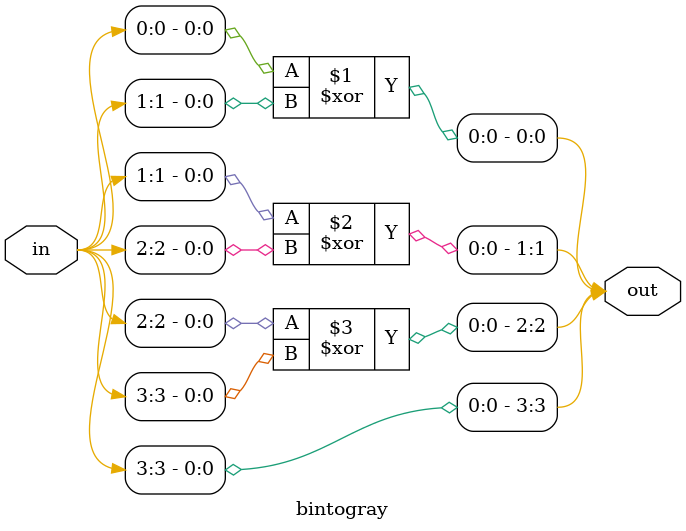
<source format=v>
module bintogray(in,out);
input [3:0]in;
output [3:0]out;
//BASED ON EQUATION IM DOING
xor G1(out[0],in[0] ,in[1]);
xor G2(out[1],in[1],in[2]);
xor G3(out[2],in[2],in[3]);
assign out[3]=in[3];

endmodule

</source>
